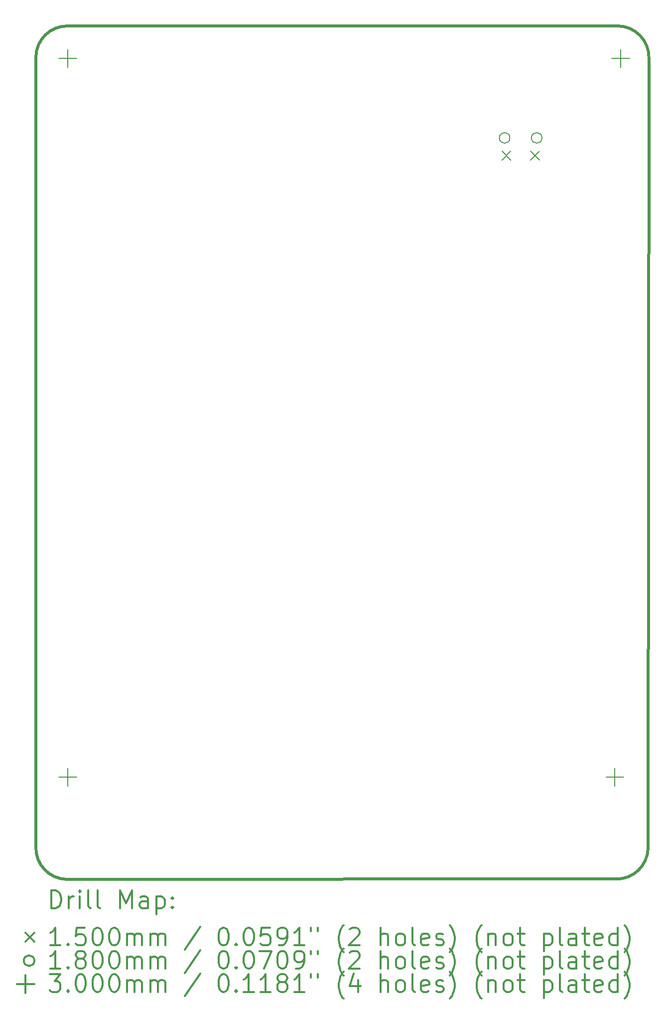
<source format=gbr>
%FSLAX45Y45*%
G04 Gerber Fmt 4.5, Leading zero omitted, Abs format (unit mm)*
G04 Created by KiCad (PCBNEW (5.1.10)-1) date 2021-09-21 16:53:33*
%MOMM*%
%LPD*%
G01*
G04 APERTURE LIST*
%TA.AperFunction,Profile*%
%ADD10C,0.500000*%
%TD*%
%ADD11C,0.200000*%
%ADD12C,0.300000*%
G04 APERTURE END LIST*
D10*
X5460000Y-2170000D02*
G75*
G02*
X6005350Y-1649871I534817J-14789D01*
G01*
X5980129Y-16135350D02*
G75*
G02*
X5460000Y-15590000I14789J534817D01*
G01*
X15360000Y-1650000D02*
G75*
G02*
X15880129Y-2195350I-14789J-534817D01*
G01*
X15865350Y-15610000D02*
G75*
G02*
X15320000Y-16130129I-534817J14789D01*
G01*
X5460000Y-15590000D02*
X5460000Y-2170000D01*
X15320000Y-16130129D02*
X5980129Y-16135350D01*
X15880129Y-2195350D02*
X15865350Y-15610000D01*
X6005350Y-1649871D02*
X15360000Y-1650000D01*
D11*
X13382500Y-3778000D02*
X13532500Y-3928000D01*
X13532500Y-3778000D02*
X13382500Y-3928000D01*
X13867500Y-3778000D02*
X14017500Y-3928000D01*
X14017500Y-3778000D02*
X13867500Y-3928000D01*
X13517500Y-3550000D02*
G75*
G03*
X13517500Y-3550000I-90000J0D01*
G01*
X14062500Y-3550000D02*
G75*
G03*
X14062500Y-3550000I-90000J0D01*
G01*
X6000000Y-2050000D02*
X6000000Y-2350000D01*
X5850000Y-2200000D02*
X6150000Y-2200000D01*
X6000000Y-14250000D02*
X6000000Y-14550000D01*
X5850000Y-14400000D02*
X6150000Y-14400000D01*
X15300000Y-14250000D02*
X15300000Y-14550000D01*
X15150000Y-14400000D02*
X15450000Y-14400000D01*
X15400000Y-2050000D02*
X15400000Y-2350000D01*
X15250000Y-2200000D02*
X15550000Y-2200000D01*
D12*
X5721325Y-16626064D02*
X5721325Y-16326064D01*
X5792753Y-16326064D01*
X5835610Y-16340350D01*
X5864182Y-16368921D01*
X5878468Y-16397493D01*
X5892753Y-16454636D01*
X5892753Y-16497493D01*
X5878468Y-16554636D01*
X5864182Y-16583207D01*
X5835610Y-16611778D01*
X5792753Y-16626064D01*
X5721325Y-16626064D01*
X6021325Y-16626064D02*
X6021325Y-16426064D01*
X6021325Y-16483207D02*
X6035610Y-16454636D01*
X6049896Y-16440350D01*
X6078468Y-16426064D01*
X6107039Y-16426064D01*
X6207039Y-16626064D02*
X6207039Y-16426064D01*
X6207039Y-16326064D02*
X6192753Y-16340350D01*
X6207039Y-16354636D01*
X6221325Y-16340350D01*
X6207039Y-16326064D01*
X6207039Y-16354636D01*
X6392753Y-16626064D02*
X6364182Y-16611778D01*
X6349896Y-16583207D01*
X6349896Y-16326064D01*
X6549896Y-16626064D02*
X6521325Y-16611778D01*
X6507039Y-16583207D01*
X6507039Y-16326064D01*
X6892753Y-16626064D02*
X6892753Y-16326064D01*
X6992753Y-16540350D01*
X7092753Y-16326064D01*
X7092753Y-16626064D01*
X7364182Y-16626064D02*
X7364182Y-16468921D01*
X7349896Y-16440350D01*
X7321325Y-16426064D01*
X7264182Y-16426064D01*
X7235610Y-16440350D01*
X7364182Y-16611778D02*
X7335610Y-16626064D01*
X7264182Y-16626064D01*
X7235610Y-16611778D01*
X7221325Y-16583207D01*
X7221325Y-16554636D01*
X7235610Y-16526064D01*
X7264182Y-16511778D01*
X7335610Y-16511778D01*
X7364182Y-16497493D01*
X7507039Y-16426064D02*
X7507039Y-16726064D01*
X7507039Y-16440350D02*
X7535610Y-16426064D01*
X7592753Y-16426064D01*
X7621325Y-16440350D01*
X7635610Y-16454636D01*
X7649896Y-16483207D01*
X7649896Y-16568921D01*
X7635610Y-16597493D01*
X7621325Y-16611778D01*
X7592753Y-16626064D01*
X7535610Y-16626064D01*
X7507039Y-16611778D01*
X7778468Y-16597493D02*
X7792753Y-16611778D01*
X7778468Y-16626064D01*
X7764182Y-16611778D01*
X7778468Y-16597493D01*
X7778468Y-16626064D01*
X7778468Y-16440350D02*
X7792753Y-16454636D01*
X7778468Y-16468921D01*
X7764182Y-16454636D01*
X7778468Y-16440350D01*
X7778468Y-16468921D01*
X5284896Y-17045350D02*
X5434896Y-17195350D01*
X5434896Y-17045350D02*
X5284896Y-17195350D01*
X5878468Y-17256064D02*
X5707039Y-17256064D01*
X5792753Y-17256064D02*
X5792753Y-16956064D01*
X5764182Y-16998921D01*
X5735610Y-17027493D01*
X5707039Y-17041779D01*
X6007039Y-17227493D02*
X6021325Y-17241779D01*
X6007039Y-17256064D01*
X5992753Y-17241779D01*
X6007039Y-17227493D01*
X6007039Y-17256064D01*
X6292753Y-16956064D02*
X6149896Y-16956064D01*
X6135610Y-17098921D01*
X6149896Y-17084636D01*
X6178468Y-17070350D01*
X6249896Y-17070350D01*
X6278468Y-17084636D01*
X6292753Y-17098921D01*
X6307039Y-17127493D01*
X6307039Y-17198921D01*
X6292753Y-17227493D01*
X6278468Y-17241779D01*
X6249896Y-17256064D01*
X6178468Y-17256064D01*
X6149896Y-17241779D01*
X6135610Y-17227493D01*
X6492753Y-16956064D02*
X6521325Y-16956064D01*
X6549896Y-16970350D01*
X6564182Y-16984636D01*
X6578468Y-17013207D01*
X6592753Y-17070350D01*
X6592753Y-17141779D01*
X6578468Y-17198921D01*
X6564182Y-17227493D01*
X6549896Y-17241779D01*
X6521325Y-17256064D01*
X6492753Y-17256064D01*
X6464182Y-17241779D01*
X6449896Y-17227493D01*
X6435610Y-17198921D01*
X6421325Y-17141779D01*
X6421325Y-17070350D01*
X6435610Y-17013207D01*
X6449896Y-16984636D01*
X6464182Y-16970350D01*
X6492753Y-16956064D01*
X6778468Y-16956064D02*
X6807039Y-16956064D01*
X6835610Y-16970350D01*
X6849896Y-16984636D01*
X6864182Y-17013207D01*
X6878468Y-17070350D01*
X6878468Y-17141779D01*
X6864182Y-17198921D01*
X6849896Y-17227493D01*
X6835610Y-17241779D01*
X6807039Y-17256064D01*
X6778468Y-17256064D01*
X6749896Y-17241779D01*
X6735610Y-17227493D01*
X6721325Y-17198921D01*
X6707039Y-17141779D01*
X6707039Y-17070350D01*
X6721325Y-17013207D01*
X6735610Y-16984636D01*
X6749896Y-16970350D01*
X6778468Y-16956064D01*
X7007039Y-17256064D02*
X7007039Y-17056064D01*
X7007039Y-17084636D02*
X7021325Y-17070350D01*
X7049896Y-17056064D01*
X7092753Y-17056064D01*
X7121325Y-17070350D01*
X7135610Y-17098921D01*
X7135610Y-17256064D01*
X7135610Y-17098921D02*
X7149896Y-17070350D01*
X7178468Y-17056064D01*
X7221325Y-17056064D01*
X7249896Y-17070350D01*
X7264182Y-17098921D01*
X7264182Y-17256064D01*
X7407039Y-17256064D02*
X7407039Y-17056064D01*
X7407039Y-17084636D02*
X7421325Y-17070350D01*
X7449896Y-17056064D01*
X7492753Y-17056064D01*
X7521325Y-17070350D01*
X7535610Y-17098921D01*
X7535610Y-17256064D01*
X7535610Y-17098921D02*
X7549896Y-17070350D01*
X7578468Y-17056064D01*
X7621325Y-17056064D01*
X7649896Y-17070350D01*
X7664182Y-17098921D01*
X7664182Y-17256064D01*
X8249896Y-16941779D02*
X7992753Y-17327493D01*
X8635610Y-16956064D02*
X8664182Y-16956064D01*
X8692753Y-16970350D01*
X8707039Y-16984636D01*
X8721325Y-17013207D01*
X8735610Y-17070350D01*
X8735610Y-17141779D01*
X8721325Y-17198921D01*
X8707039Y-17227493D01*
X8692753Y-17241779D01*
X8664182Y-17256064D01*
X8635610Y-17256064D01*
X8607039Y-17241779D01*
X8592753Y-17227493D01*
X8578468Y-17198921D01*
X8564182Y-17141779D01*
X8564182Y-17070350D01*
X8578468Y-17013207D01*
X8592753Y-16984636D01*
X8607039Y-16970350D01*
X8635610Y-16956064D01*
X8864182Y-17227493D02*
X8878468Y-17241779D01*
X8864182Y-17256064D01*
X8849896Y-17241779D01*
X8864182Y-17227493D01*
X8864182Y-17256064D01*
X9064182Y-16956064D02*
X9092753Y-16956064D01*
X9121325Y-16970350D01*
X9135610Y-16984636D01*
X9149896Y-17013207D01*
X9164182Y-17070350D01*
X9164182Y-17141779D01*
X9149896Y-17198921D01*
X9135610Y-17227493D01*
X9121325Y-17241779D01*
X9092753Y-17256064D01*
X9064182Y-17256064D01*
X9035610Y-17241779D01*
X9021325Y-17227493D01*
X9007039Y-17198921D01*
X8992753Y-17141779D01*
X8992753Y-17070350D01*
X9007039Y-17013207D01*
X9021325Y-16984636D01*
X9035610Y-16970350D01*
X9064182Y-16956064D01*
X9435610Y-16956064D02*
X9292753Y-16956064D01*
X9278468Y-17098921D01*
X9292753Y-17084636D01*
X9321325Y-17070350D01*
X9392753Y-17070350D01*
X9421325Y-17084636D01*
X9435610Y-17098921D01*
X9449896Y-17127493D01*
X9449896Y-17198921D01*
X9435610Y-17227493D01*
X9421325Y-17241779D01*
X9392753Y-17256064D01*
X9321325Y-17256064D01*
X9292753Y-17241779D01*
X9278468Y-17227493D01*
X9592753Y-17256064D02*
X9649896Y-17256064D01*
X9678468Y-17241779D01*
X9692753Y-17227493D01*
X9721325Y-17184636D01*
X9735610Y-17127493D01*
X9735610Y-17013207D01*
X9721325Y-16984636D01*
X9707039Y-16970350D01*
X9678468Y-16956064D01*
X9621325Y-16956064D01*
X9592753Y-16970350D01*
X9578468Y-16984636D01*
X9564182Y-17013207D01*
X9564182Y-17084636D01*
X9578468Y-17113207D01*
X9592753Y-17127493D01*
X9621325Y-17141779D01*
X9678468Y-17141779D01*
X9707039Y-17127493D01*
X9721325Y-17113207D01*
X9735610Y-17084636D01*
X10021325Y-17256064D02*
X9849896Y-17256064D01*
X9935610Y-17256064D02*
X9935610Y-16956064D01*
X9907039Y-16998921D01*
X9878468Y-17027493D01*
X9849896Y-17041779D01*
X10135610Y-16956064D02*
X10135610Y-17013207D01*
X10249896Y-16956064D02*
X10249896Y-17013207D01*
X10692753Y-17370350D02*
X10678468Y-17356064D01*
X10649896Y-17313207D01*
X10635610Y-17284636D01*
X10621325Y-17241779D01*
X10607039Y-17170350D01*
X10607039Y-17113207D01*
X10621325Y-17041779D01*
X10635610Y-16998921D01*
X10649896Y-16970350D01*
X10678468Y-16927493D01*
X10692753Y-16913207D01*
X10792753Y-16984636D02*
X10807039Y-16970350D01*
X10835610Y-16956064D01*
X10907039Y-16956064D01*
X10935610Y-16970350D01*
X10949896Y-16984636D01*
X10964182Y-17013207D01*
X10964182Y-17041779D01*
X10949896Y-17084636D01*
X10778468Y-17256064D01*
X10964182Y-17256064D01*
X11321325Y-17256064D02*
X11321325Y-16956064D01*
X11449896Y-17256064D02*
X11449896Y-17098921D01*
X11435610Y-17070350D01*
X11407039Y-17056064D01*
X11364182Y-17056064D01*
X11335610Y-17070350D01*
X11321325Y-17084636D01*
X11635610Y-17256064D02*
X11607039Y-17241779D01*
X11592753Y-17227493D01*
X11578468Y-17198921D01*
X11578468Y-17113207D01*
X11592753Y-17084636D01*
X11607039Y-17070350D01*
X11635610Y-17056064D01*
X11678468Y-17056064D01*
X11707039Y-17070350D01*
X11721325Y-17084636D01*
X11735610Y-17113207D01*
X11735610Y-17198921D01*
X11721325Y-17227493D01*
X11707039Y-17241779D01*
X11678468Y-17256064D01*
X11635610Y-17256064D01*
X11907039Y-17256064D02*
X11878468Y-17241779D01*
X11864182Y-17213207D01*
X11864182Y-16956064D01*
X12135610Y-17241779D02*
X12107039Y-17256064D01*
X12049896Y-17256064D01*
X12021325Y-17241779D01*
X12007039Y-17213207D01*
X12007039Y-17098921D01*
X12021325Y-17070350D01*
X12049896Y-17056064D01*
X12107039Y-17056064D01*
X12135610Y-17070350D01*
X12149896Y-17098921D01*
X12149896Y-17127493D01*
X12007039Y-17156064D01*
X12264182Y-17241779D02*
X12292753Y-17256064D01*
X12349896Y-17256064D01*
X12378468Y-17241779D01*
X12392753Y-17213207D01*
X12392753Y-17198921D01*
X12378468Y-17170350D01*
X12349896Y-17156064D01*
X12307039Y-17156064D01*
X12278468Y-17141779D01*
X12264182Y-17113207D01*
X12264182Y-17098921D01*
X12278468Y-17070350D01*
X12307039Y-17056064D01*
X12349896Y-17056064D01*
X12378468Y-17070350D01*
X12492753Y-17370350D02*
X12507039Y-17356064D01*
X12535610Y-17313207D01*
X12549896Y-17284636D01*
X12564182Y-17241779D01*
X12578468Y-17170350D01*
X12578468Y-17113207D01*
X12564182Y-17041779D01*
X12549896Y-16998921D01*
X12535610Y-16970350D01*
X12507039Y-16927493D01*
X12492753Y-16913207D01*
X13035610Y-17370350D02*
X13021325Y-17356064D01*
X12992753Y-17313207D01*
X12978468Y-17284636D01*
X12964182Y-17241779D01*
X12949896Y-17170350D01*
X12949896Y-17113207D01*
X12964182Y-17041779D01*
X12978468Y-16998921D01*
X12992753Y-16970350D01*
X13021325Y-16927493D01*
X13035610Y-16913207D01*
X13149896Y-17056064D02*
X13149896Y-17256064D01*
X13149896Y-17084636D02*
X13164182Y-17070350D01*
X13192753Y-17056064D01*
X13235610Y-17056064D01*
X13264182Y-17070350D01*
X13278468Y-17098921D01*
X13278468Y-17256064D01*
X13464182Y-17256064D02*
X13435610Y-17241779D01*
X13421325Y-17227493D01*
X13407039Y-17198921D01*
X13407039Y-17113207D01*
X13421325Y-17084636D01*
X13435610Y-17070350D01*
X13464182Y-17056064D01*
X13507039Y-17056064D01*
X13535610Y-17070350D01*
X13549896Y-17084636D01*
X13564182Y-17113207D01*
X13564182Y-17198921D01*
X13549896Y-17227493D01*
X13535610Y-17241779D01*
X13507039Y-17256064D01*
X13464182Y-17256064D01*
X13649896Y-17056064D02*
X13764182Y-17056064D01*
X13692753Y-16956064D02*
X13692753Y-17213207D01*
X13707039Y-17241779D01*
X13735610Y-17256064D01*
X13764182Y-17256064D01*
X14092753Y-17056064D02*
X14092753Y-17356064D01*
X14092753Y-17070350D02*
X14121325Y-17056064D01*
X14178468Y-17056064D01*
X14207039Y-17070350D01*
X14221325Y-17084636D01*
X14235610Y-17113207D01*
X14235610Y-17198921D01*
X14221325Y-17227493D01*
X14207039Y-17241779D01*
X14178468Y-17256064D01*
X14121325Y-17256064D01*
X14092753Y-17241779D01*
X14407039Y-17256064D02*
X14378468Y-17241779D01*
X14364182Y-17213207D01*
X14364182Y-16956064D01*
X14649896Y-17256064D02*
X14649896Y-17098921D01*
X14635610Y-17070350D01*
X14607039Y-17056064D01*
X14549896Y-17056064D01*
X14521325Y-17070350D01*
X14649896Y-17241779D02*
X14621325Y-17256064D01*
X14549896Y-17256064D01*
X14521325Y-17241779D01*
X14507039Y-17213207D01*
X14507039Y-17184636D01*
X14521325Y-17156064D01*
X14549896Y-17141779D01*
X14621325Y-17141779D01*
X14649896Y-17127493D01*
X14749896Y-17056064D02*
X14864182Y-17056064D01*
X14792753Y-16956064D02*
X14792753Y-17213207D01*
X14807039Y-17241779D01*
X14835610Y-17256064D01*
X14864182Y-17256064D01*
X15078468Y-17241779D02*
X15049896Y-17256064D01*
X14992753Y-17256064D01*
X14964182Y-17241779D01*
X14949896Y-17213207D01*
X14949896Y-17098921D01*
X14964182Y-17070350D01*
X14992753Y-17056064D01*
X15049896Y-17056064D01*
X15078468Y-17070350D01*
X15092753Y-17098921D01*
X15092753Y-17127493D01*
X14949896Y-17156064D01*
X15349896Y-17256064D02*
X15349896Y-16956064D01*
X15349896Y-17241779D02*
X15321325Y-17256064D01*
X15264182Y-17256064D01*
X15235610Y-17241779D01*
X15221325Y-17227493D01*
X15207039Y-17198921D01*
X15207039Y-17113207D01*
X15221325Y-17084636D01*
X15235610Y-17070350D01*
X15264182Y-17056064D01*
X15321325Y-17056064D01*
X15349896Y-17070350D01*
X15464182Y-17370350D02*
X15478468Y-17356064D01*
X15507039Y-17313207D01*
X15521325Y-17284636D01*
X15535610Y-17241779D01*
X15549896Y-17170350D01*
X15549896Y-17113207D01*
X15535610Y-17041779D01*
X15521325Y-16998921D01*
X15507039Y-16970350D01*
X15478468Y-16927493D01*
X15464182Y-16913207D01*
X5434896Y-17516350D02*
G75*
G03*
X5434896Y-17516350I-90000J0D01*
G01*
X5878468Y-17652064D02*
X5707039Y-17652064D01*
X5792753Y-17652064D02*
X5792753Y-17352064D01*
X5764182Y-17394921D01*
X5735610Y-17423493D01*
X5707039Y-17437779D01*
X6007039Y-17623493D02*
X6021325Y-17637779D01*
X6007039Y-17652064D01*
X5992753Y-17637779D01*
X6007039Y-17623493D01*
X6007039Y-17652064D01*
X6192753Y-17480636D02*
X6164182Y-17466350D01*
X6149896Y-17452064D01*
X6135610Y-17423493D01*
X6135610Y-17409207D01*
X6149896Y-17380636D01*
X6164182Y-17366350D01*
X6192753Y-17352064D01*
X6249896Y-17352064D01*
X6278468Y-17366350D01*
X6292753Y-17380636D01*
X6307039Y-17409207D01*
X6307039Y-17423493D01*
X6292753Y-17452064D01*
X6278468Y-17466350D01*
X6249896Y-17480636D01*
X6192753Y-17480636D01*
X6164182Y-17494921D01*
X6149896Y-17509207D01*
X6135610Y-17537779D01*
X6135610Y-17594921D01*
X6149896Y-17623493D01*
X6164182Y-17637779D01*
X6192753Y-17652064D01*
X6249896Y-17652064D01*
X6278468Y-17637779D01*
X6292753Y-17623493D01*
X6307039Y-17594921D01*
X6307039Y-17537779D01*
X6292753Y-17509207D01*
X6278468Y-17494921D01*
X6249896Y-17480636D01*
X6492753Y-17352064D02*
X6521325Y-17352064D01*
X6549896Y-17366350D01*
X6564182Y-17380636D01*
X6578468Y-17409207D01*
X6592753Y-17466350D01*
X6592753Y-17537779D01*
X6578468Y-17594921D01*
X6564182Y-17623493D01*
X6549896Y-17637779D01*
X6521325Y-17652064D01*
X6492753Y-17652064D01*
X6464182Y-17637779D01*
X6449896Y-17623493D01*
X6435610Y-17594921D01*
X6421325Y-17537779D01*
X6421325Y-17466350D01*
X6435610Y-17409207D01*
X6449896Y-17380636D01*
X6464182Y-17366350D01*
X6492753Y-17352064D01*
X6778468Y-17352064D02*
X6807039Y-17352064D01*
X6835610Y-17366350D01*
X6849896Y-17380636D01*
X6864182Y-17409207D01*
X6878468Y-17466350D01*
X6878468Y-17537779D01*
X6864182Y-17594921D01*
X6849896Y-17623493D01*
X6835610Y-17637779D01*
X6807039Y-17652064D01*
X6778468Y-17652064D01*
X6749896Y-17637779D01*
X6735610Y-17623493D01*
X6721325Y-17594921D01*
X6707039Y-17537779D01*
X6707039Y-17466350D01*
X6721325Y-17409207D01*
X6735610Y-17380636D01*
X6749896Y-17366350D01*
X6778468Y-17352064D01*
X7007039Y-17652064D02*
X7007039Y-17452064D01*
X7007039Y-17480636D02*
X7021325Y-17466350D01*
X7049896Y-17452064D01*
X7092753Y-17452064D01*
X7121325Y-17466350D01*
X7135610Y-17494921D01*
X7135610Y-17652064D01*
X7135610Y-17494921D02*
X7149896Y-17466350D01*
X7178468Y-17452064D01*
X7221325Y-17452064D01*
X7249896Y-17466350D01*
X7264182Y-17494921D01*
X7264182Y-17652064D01*
X7407039Y-17652064D02*
X7407039Y-17452064D01*
X7407039Y-17480636D02*
X7421325Y-17466350D01*
X7449896Y-17452064D01*
X7492753Y-17452064D01*
X7521325Y-17466350D01*
X7535610Y-17494921D01*
X7535610Y-17652064D01*
X7535610Y-17494921D02*
X7549896Y-17466350D01*
X7578468Y-17452064D01*
X7621325Y-17452064D01*
X7649896Y-17466350D01*
X7664182Y-17494921D01*
X7664182Y-17652064D01*
X8249896Y-17337779D02*
X7992753Y-17723493D01*
X8635610Y-17352064D02*
X8664182Y-17352064D01*
X8692753Y-17366350D01*
X8707039Y-17380636D01*
X8721325Y-17409207D01*
X8735610Y-17466350D01*
X8735610Y-17537779D01*
X8721325Y-17594921D01*
X8707039Y-17623493D01*
X8692753Y-17637779D01*
X8664182Y-17652064D01*
X8635610Y-17652064D01*
X8607039Y-17637779D01*
X8592753Y-17623493D01*
X8578468Y-17594921D01*
X8564182Y-17537779D01*
X8564182Y-17466350D01*
X8578468Y-17409207D01*
X8592753Y-17380636D01*
X8607039Y-17366350D01*
X8635610Y-17352064D01*
X8864182Y-17623493D02*
X8878468Y-17637779D01*
X8864182Y-17652064D01*
X8849896Y-17637779D01*
X8864182Y-17623493D01*
X8864182Y-17652064D01*
X9064182Y-17352064D02*
X9092753Y-17352064D01*
X9121325Y-17366350D01*
X9135610Y-17380636D01*
X9149896Y-17409207D01*
X9164182Y-17466350D01*
X9164182Y-17537779D01*
X9149896Y-17594921D01*
X9135610Y-17623493D01*
X9121325Y-17637779D01*
X9092753Y-17652064D01*
X9064182Y-17652064D01*
X9035610Y-17637779D01*
X9021325Y-17623493D01*
X9007039Y-17594921D01*
X8992753Y-17537779D01*
X8992753Y-17466350D01*
X9007039Y-17409207D01*
X9021325Y-17380636D01*
X9035610Y-17366350D01*
X9064182Y-17352064D01*
X9264182Y-17352064D02*
X9464182Y-17352064D01*
X9335610Y-17652064D01*
X9635610Y-17352064D02*
X9664182Y-17352064D01*
X9692753Y-17366350D01*
X9707039Y-17380636D01*
X9721325Y-17409207D01*
X9735610Y-17466350D01*
X9735610Y-17537779D01*
X9721325Y-17594921D01*
X9707039Y-17623493D01*
X9692753Y-17637779D01*
X9664182Y-17652064D01*
X9635610Y-17652064D01*
X9607039Y-17637779D01*
X9592753Y-17623493D01*
X9578468Y-17594921D01*
X9564182Y-17537779D01*
X9564182Y-17466350D01*
X9578468Y-17409207D01*
X9592753Y-17380636D01*
X9607039Y-17366350D01*
X9635610Y-17352064D01*
X9878468Y-17652064D02*
X9935610Y-17652064D01*
X9964182Y-17637779D01*
X9978468Y-17623493D01*
X10007039Y-17580636D01*
X10021325Y-17523493D01*
X10021325Y-17409207D01*
X10007039Y-17380636D01*
X9992753Y-17366350D01*
X9964182Y-17352064D01*
X9907039Y-17352064D01*
X9878468Y-17366350D01*
X9864182Y-17380636D01*
X9849896Y-17409207D01*
X9849896Y-17480636D01*
X9864182Y-17509207D01*
X9878468Y-17523493D01*
X9907039Y-17537779D01*
X9964182Y-17537779D01*
X9992753Y-17523493D01*
X10007039Y-17509207D01*
X10021325Y-17480636D01*
X10135610Y-17352064D02*
X10135610Y-17409207D01*
X10249896Y-17352064D02*
X10249896Y-17409207D01*
X10692753Y-17766350D02*
X10678468Y-17752064D01*
X10649896Y-17709207D01*
X10635610Y-17680636D01*
X10621325Y-17637779D01*
X10607039Y-17566350D01*
X10607039Y-17509207D01*
X10621325Y-17437779D01*
X10635610Y-17394921D01*
X10649896Y-17366350D01*
X10678468Y-17323493D01*
X10692753Y-17309207D01*
X10792753Y-17380636D02*
X10807039Y-17366350D01*
X10835610Y-17352064D01*
X10907039Y-17352064D01*
X10935610Y-17366350D01*
X10949896Y-17380636D01*
X10964182Y-17409207D01*
X10964182Y-17437779D01*
X10949896Y-17480636D01*
X10778468Y-17652064D01*
X10964182Y-17652064D01*
X11321325Y-17652064D02*
X11321325Y-17352064D01*
X11449896Y-17652064D02*
X11449896Y-17494921D01*
X11435610Y-17466350D01*
X11407039Y-17452064D01*
X11364182Y-17452064D01*
X11335610Y-17466350D01*
X11321325Y-17480636D01*
X11635610Y-17652064D02*
X11607039Y-17637779D01*
X11592753Y-17623493D01*
X11578468Y-17594921D01*
X11578468Y-17509207D01*
X11592753Y-17480636D01*
X11607039Y-17466350D01*
X11635610Y-17452064D01*
X11678468Y-17452064D01*
X11707039Y-17466350D01*
X11721325Y-17480636D01*
X11735610Y-17509207D01*
X11735610Y-17594921D01*
X11721325Y-17623493D01*
X11707039Y-17637779D01*
X11678468Y-17652064D01*
X11635610Y-17652064D01*
X11907039Y-17652064D02*
X11878468Y-17637779D01*
X11864182Y-17609207D01*
X11864182Y-17352064D01*
X12135610Y-17637779D02*
X12107039Y-17652064D01*
X12049896Y-17652064D01*
X12021325Y-17637779D01*
X12007039Y-17609207D01*
X12007039Y-17494921D01*
X12021325Y-17466350D01*
X12049896Y-17452064D01*
X12107039Y-17452064D01*
X12135610Y-17466350D01*
X12149896Y-17494921D01*
X12149896Y-17523493D01*
X12007039Y-17552064D01*
X12264182Y-17637779D02*
X12292753Y-17652064D01*
X12349896Y-17652064D01*
X12378468Y-17637779D01*
X12392753Y-17609207D01*
X12392753Y-17594921D01*
X12378468Y-17566350D01*
X12349896Y-17552064D01*
X12307039Y-17552064D01*
X12278468Y-17537779D01*
X12264182Y-17509207D01*
X12264182Y-17494921D01*
X12278468Y-17466350D01*
X12307039Y-17452064D01*
X12349896Y-17452064D01*
X12378468Y-17466350D01*
X12492753Y-17766350D02*
X12507039Y-17752064D01*
X12535610Y-17709207D01*
X12549896Y-17680636D01*
X12564182Y-17637779D01*
X12578468Y-17566350D01*
X12578468Y-17509207D01*
X12564182Y-17437779D01*
X12549896Y-17394921D01*
X12535610Y-17366350D01*
X12507039Y-17323493D01*
X12492753Y-17309207D01*
X13035610Y-17766350D02*
X13021325Y-17752064D01*
X12992753Y-17709207D01*
X12978468Y-17680636D01*
X12964182Y-17637779D01*
X12949896Y-17566350D01*
X12949896Y-17509207D01*
X12964182Y-17437779D01*
X12978468Y-17394921D01*
X12992753Y-17366350D01*
X13021325Y-17323493D01*
X13035610Y-17309207D01*
X13149896Y-17452064D02*
X13149896Y-17652064D01*
X13149896Y-17480636D02*
X13164182Y-17466350D01*
X13192753Y-17452064D01*
X13235610Y-17452064D01*
X13264182Y-17466350D01*
X13278468Y-17494921D01*
X13278468Y-17652064D01*
X13464182Y-17652064D02*
X13435610Y-17637779D01*
X13421325Y-17623493D01*
X13407039Y-17594921D01*
X13407039Y-17509207D01*
X13421325Y-17480636D01*
X13435610Y-17466350D01*
X13464182Y-17452064D01*
X13507039Y-17452064D01*
X13535610Y-17466350D01*
X13549896Y-17480636D01*
X13564182Y-17509207D01*
X13564182Y-17594921D01*
X13549896Y-17623493D01*
X13535610Y-17637779D01*
X13507039Y-17652064D01*
X13464182Y-17652064D01*
X13649896Y-17452064D02*
X13764182Y-17452064D01*
X13692753Y-17352064D02*
X13692753Y-17609207D01*
X13707039Y-17637779D01*
X13735610Y-17652064D01*
X13764182Y-17652064D01*
X14092753Y-17452064D02*
X14092753Y-17752064D01*
X14092753Y-17466350D02*
X14121325Y-17452064D01*
X14178468Y-17452064D01*
X14207039Y-17466350D01*
X14221325Y-17480636D01*
X14235610Y-17509207D01*
X14235610Y-17594921D01*
X14221325Y-17623493D01*
X14207039Y-17637779D01*
X14178468Y-17652064D01*
X14121325Y-17652064D01*
X14092753Y-17637779D01*
X14407039Y-17652064D02*
X14378468Y-17637779D01*
X14364182Y-17609207D01*
X14364182Y-17352064D01*
X14649896Y-17652064D02*
X14649896Y-17494921D01*
X14635610Y-17466350D01*
X14607039Y-17452064D01*
X14549896Y-17452064D01*
X14521325Y-17466350D01*
X14649896Y-17637779D02*
X14621325Y-17652064D01*
X14549896Y-17652064D01*
X14521325Y-17637779D01*
X14507039Y-17609207D01*
X14507039Y-17580636D01*
X14521325Y-17552064D01*
X14549896Y-17537779D01*
X14621325Y-17537779D01*
X14649896Y-17523493D01*
X14749896Y-17452064D02*
X14864182Y-17452064D01*
X14792753Y-17352064D02*
X14792753Y-17609207D01*
X14807039Y-17637779D01*
X14835610Y-17652064D01*
X14864182Y-17652064D01*
X15078468Y-17637779D02*
X15049896Y-17652064D01*
X14992753Y-17652064D01*
X14964182Y-17637779D01*
X14949896Y-17609207D01*
X14949896Y-17494921D01*
X14964182Y-17466350D01*
X14992753Y-17452064D01*
X15049896Y-17452064D01*
X15078468Y-17466350D01*
X15092753Y-17494921D01*
X15092753Y-17523493D01*
X14949896Y-17552064D01*
X15349896Y-17652064D02*
X15349896Y-17352064D01*
X15349896Y-17637779D02*
X15321325Y-17652064D01*
X15264182Y-17652064D01*
X15235610Y-17637779D01*
X15221325Y-17623493D01*
X15207039Y-17594921D01*
X15207039Y-17509207D01*
X15221325Y-17480636D01*
X15235610Y-17466350D01*
X15264182Y-17452064D01*
X15321325Y-17452064D01*
X15349896Y-17466350D01*
X15464182Y-17766350D02*
X15478468Y-17752064D01*
X15507039Y-17709207D01*
X15521325Y-17680636D01*
X15535610Y-17637779D01*
X15549896Y-17566350D01*
X15549896Y-17509207D01*
X15535610Y-17437779D01*
X15521325Y-17394921D01*
X15507039Y-17366350D01*
X15478468Y-17323493D01*
X15464182Y-17309207D01*
X5284896Y-17762350D02*
X5284896Y-18062350D01*
X5134896Y-17912350D02*
X5434896Y-17912350D01*
X5692753Y-17748064D02*
X5878468Y-17748064D01*
X5778468Y-17862350D01*
X5821325Y-17862350D01*
X5849896Y-17876636D01*
X5864182Y-17890921D01*
X5878468Y-17919493D01*
X5878468Y-17990921D01*
X5864182Y-18019493D01*
X5849896Y-18033779D01*
X5821325Y-18048064D01*
X5735610Y-18048064D01*
X5707039Y-18033779D01*
X5692753Y-18019493D01*
X6007039Y-18019493D02*
X6021325Y-18033779D01*
X6007039Y-18048064D01*
X5992753Y-18033779D01*
X6007039Y-18019493D01*
X6007039Y-18048064D01*
X6207039Y-17748064D02*
X6235610Y-17748064D01*
X6264182Y-17762350D01*
X6278468Y-17776636D01*
X6292753Y-17805207D01*
X6307039Y-17862350D01*
X6307039Y-17933779D01*
X6292753Y-17990921D01*
X6278468Y-18019493D01*
X6264182Y-18033779D01*
X6235610Y-18048064D01*
X6207039Y-18048064D01*
X6178468Y-18033779D01*
X6164182Y-18019493D01*
X6149896Y-17990921D01*
X6135610Y-17933779D01*
X6135610Y-17862350D01*
X6149896Y-17805207D01*
X6164182Y-17776636D01*
X6178468Y-17762350D01*
X6207039Y-17748064D01*
X6492753Y-17748064D02*
X6521325Y-17748064D01*
X6549896Y-17762350D01*
X6564182Y-17776636D01*
X6578468Y-17805207D01*
X6592753Y-17862350D01*
X6592753Y-17933779D01*
X6578468Y-17990921D01*
X6564182Y-18019493D01*
X6549896Y-18033779D01*
X6521325Y-18048064D01*
X6492753Y-18048064D01*
X6464182Y-18033779D01*
X6449896Y-18019493D01*
X6435610Y-17990921D01*
X6421325Y-17933779D01*
X6421325Y-17862350D01*
X6435610Y-17805207D01*
X6449896Y-17776636D01*
X6464182Y-17762350D01*
X6492753Y-17748064D01*
X6778468Y-17748064D02*
X6807039Y-17748064D01*
X6835610Y-17762350D01*
X6849896Y-17776636D01*
X6864182Y-17805207D01*
X6878468Y-17862350D01*
X6878468Y-17933779D01*
X6864182Y-17990921D01*
X6849896Y-18019493D01*
X6835610Y-18033779D01*
X6807039Y-18048064D01*
X6778468Y-18048064D01*
X6749896Y-18033779D01*
X6735610Y-18019493D01*
X6721325Y-17990921D01*
X6707039Y-17933779D01*
X6707039Y-17862350D01*
X6721325Y-17805207D01*
X6735610Y-17776636D01*
X6749896Y-17762350D01*
X6778468Y-17748064D01*
X7007039Y-18048064D02*
X7007039Y-17848064D01*
X7007039Y-17876636D02*
X7021325Y-17862350D01*
X7049896Y-17848064D01*
X7092753Y-17848064D01*
X7121325Y-17862350D01*
X7135610Y-17890921D01*
X7135610Y-18048064D01*
X7135610Y-17890921D02*
X7149896Y-17862350D01*
X7178468Y-17848064D01*
X7221325Y-17848064D01*
X7249896Y-17862350D01*
X7264182Y-17890921D01*
X7264182Y-18048064D01*
X7407039Y-18048064D02*
X7407039Y-17848064D01*
X7407039Y-17876636D02*
X7421325Y-17862350D01*
X7449896Y-17848064D01*
X7492753Y-17848064D01*
X7521325Y-17862350D01*
X7535610Y-17890921D01*
X7535610Y-18048064D01*
X7535610Y-17890921D02*
X7549896Y-17862350D01*
X7578468Y-17848064D01*
X7621325Y-17848064D01*
X7649896Y-17862350D01*
X7664182Y-17890921D01*
X7664182Y-18048064D01*
X8249896Y-17733779D02*
X7992753Y-18119493D01*
X8635610Y-17748064D02*
X8664182Y-17748064D01*
X8692753Y-17762350D01*
X8707039Y-17776636D01*
X8721325Y-17805207D01*
X8735610Y-17862350D01*
X8735610Y-17933779D01*
X8721325Y-17990921D01*
X8707039Y-18019493D01*
X8692753Y-18033779D01*
X8664182Y-18048064D01*
X8635610Y-18048064D01*
X8607039Y-18033779D01*
X8592753Y-18019493D01*
X8578468Y-17990921D01*
X8564182Y-17933779D01*
X8564182Y-17862350D01*
X8578468Y-17805207D01*
X8592753Y-17776636D01*
X8607039Y-17762350D01*
X8635610Y-17748064D01*
X8864182Y-18019493D02*
X8878468Y-18033779D01*
X8864182Y-18048064D01*
X8849896Y-18033779D01*
X8864182Y-18019493D01*
X8864182Y-18048064D01*
X9164182Y-18048064D02*
X8992753Y-18048064D01*
X9078468Y-18048064D02*
X9078468Y-17748064D01*
X9049896Y-17790921D01*
X9021325Y-17819493D01*
X8992753Y-17833779D01*
X9449896Y-18048064D02*
X9278468Y-18048064D01*
X9364182Y-18048064D02*
X9364182Y-17748064D01*
X9335610Y-17790921D01*
X9307039Y-17819493D01*
X9278468Y-17833779D01*
X9621325Y-17876636D02*
X9592753Y-17862350D01*
X9578468Y-17848064D01*
X9564182Y-17819493D01*
X9564182Y-17805207D01*
X9578468Y-17776636D01*
X9592753Y-17762350D01*
X9621325Y-17748064D01*
X9678468Y-17748064D01*
X9707039Y-17762350D01*
X9721325Y-17776636D01*
X9735610Y-17805207D01*
X9735610Y-17819493D01*
X9721325Y-17848064D01*
X9707039Y-17862350D01*
X9678468Y-17876636D01*
X9621325Y-17876636D01*
X9592753Y-17890921D01*
X9578468Y-17905207D01*
X9564182Y-17933779D01*
X9564182Y-17990921D01*
X9578468Y-18019493D01*
X9592753Y-18033779D01*
X9621325Y-18048064D01*
X9678468Y-18048064D01*
X9707039Y-18033779D01*
X9721325Y-18019493D01*
X9735610Y-17990921D01*
X9735610Y-17933779D01*
X9721325Y-17905207D01*
X9707039Y-17890921D01*
X9678468Y-17876636D01*
X10021325Y-18048064D02*
X9849896Y-18048064D01*
X9935610Y-18048064D02*
X9935610Y-17748064D01*
X9907039Y-17790921D01*
X9878468Y-17819493D01*
X9849896Y-17833779D01*
X10135610Y-17748064D02*
X10135610Y-17805207D01*
X10249896Y-17748064D02*
X10249896Y-17805207D01*
X10692753Y-18162350D02*
X10678468Y-18148064D01*
X10649896Y-18105207D01*
X10635610Y-18076636D01*
X10621325Y-18033779D01*
X10607039Y-17962350D01*
X10607039Y-17905207D01*
X10621325Y-17833779D01*
X10635610Y-17790921D01*
X10649896Y-17762350D01*
X10678468Y-17719493D01*
X10692753Y-17705207D01*
X10935610Y-17848064D02*
X10935610Y-18048064D01*
X10864182Y-17733779D02*
X10792753Y-17948064D01*
X10978468Y-17948064D01*
X11321325Y-18048064D02*
X11321325Y-17748064D01*
X11449896Y-18048064D02*
X11449896Y-17890921D01*
X11435610Y-17862350D01*
X11407039Y-17848064D01*
X11364182Y-17848064D01*
X11335610Y-17862350D01*
X11321325Y-17876636D01*
X11635610Y-18048064D02*
X11607039Y-18033779D01*
X11592753Y-18019493D01*
X11578468Y-17990921D01*
X11578468Y-17905207D01*
X11592753Y-17876636D01*
X11607039Y-17862350D01*
X11635610Y-17848064D01*
X11678468Y-17848064D01*
X11707039Y-17862350D01*
X11721325Y-17876636D01*
X11735610Y-17905207D01*
X11735610Y-17990921D01*
X11721325Y-18019493D01*
X11707039Y-18033779D01*
X11678468Y-18048064D01*
X11635610Y-18048064D01*
X11907039Y-18048064D02*
X11878468Y-18033779D01*
X11864182Y-18005207D01*
X11864182Y-17748064D01*
X12135610Y-18033779D02*
X12107039Y-18048064D01*
X12049896Y-18048064D01*
X12021325Y-18033779D01*
X12007039Y-18005207D01*
X12007039Y-17890921D01*
X12021325Y-17862350D01*
X12049896Y-17848064D01*
X12107039Y-17848064D01*
X12135610Y-17862350D01*
X12149896Y-17890921D01*
X12149896Y-17919493D01*
X12007039Y-17948064D01*
X12264182Y-18033779D02*
X12292753Y-18048064D01*
X12349896Y-18048064D01*
X12378468Y-18033779D01*
X12392753Y-18005207D01*
X12392753Y-17990921D01*
X12378468Y-17962350D01*
X12349896Y-17948064D01*
X12307039Y-17948064D01*
X12278468Y-17933779D01*
X12264182Y-17905207D01*
X12264182Y-17890921D01*
X12278468Y-17862350D01*
X12307039Y-17848064D01*
X12349896Y-17848064D01*
X12378468Y-17862350D01*
X12492753Y-18162350D02*
X12507039Y-18148064D01*
X12535610Y-18105207D01*
X12549896Y-18076636D01*
X12564182Y-18033779D01*
X12578468Y-17962350D01*
X12578468Y-17905207D01*
X12564182Y-17833779D01*
X12549896Y-17790921D01*
X12535610Y-17762350D01*
X12507039Y-17719493D01*
X12492753Y-17705207D01*
X13035610Y-18162350D02*
X13021325Y-18148064D01*
X12992753Y-18105207D01*
X12978468Y-18076636D01*
X12964182Y-18033779D01*
X12949896Y-17962350D01*
X12949896Y-17905207D01*
X12964182Y-17833779D01*
X12978468Y-17790921D01*
X12992753Y-17762350D01*
X13021325Y-17719493D01*
X13035610Y-17705207D01*
X13149896Y-17848064D02*
X13149896Y-18048064D01*
X13149896Y-17876636D02*
X13164182Y-17862350D01*
X13192753Y-17848064D01*
X13235610Y-17848064D01*
X13264182Y-17862350D01*
X13278468Y-17890921D01*
X13278468Y-18048064D01*
X13464182Y-18048064D02*
X13435610Y-18033779D01*
X13421325Y-18019493D01*
X13407039Y-17990921D01*
X13407039Y-17905207D01*
X13421325Y-17876636D01*
X13435610Y-17862350D01*
X13464182Y-17848064D01*
X13507039Y-17848064D01*
X13535610Y-17862350D01*
X13549896Y-17876636D01*
X13564182Y-17905207D01*
X13564182Y-17990921D01*
X13549896Y-18019493D01*
X13535610Y-18033779D01*
X13507039Y-18048064D01*
X13464182Y-18048064D01*
X13649896Y-17848064D02*
X13764182Y-17848064D01*
X13692753Y-17748064D02*
X13692753Y-18005207D01*
X13707039Y-18033779D01*
X13735610Y-18048064D01*
X13764182Y-18048064D01*
X14092753Y-17848064D02*
X14092753Y-18148064D01*
X14092753Y-17862350D02*
X14121325Y-17848064D01*
X14178468Y-17848064D01*
X14207039Y-17862350D01*
X14221325Y-17876636D01*
X14235610Y-17905207D01*
X14235610Y-17990921D01*
X14221325Y-18019493D01*
X14207039Y-18033779D01*
X14178468Y-18048064D01*
X14121325Y-18048064D01*
X14092753Y-18033779D01*
X14407039Y-18048064D02*
X14378468Y-18033779D01*
X14364182Y-18005207D01*
X14364182Y-17748064D01*
X14649896Y-18048064D02*
X14649896Y-17890921D01*
X14635610Y-17862350D01*
X14607039Y-17848064D01*
X14549896Y-17848064D01*
X14521325Y-17862350D01*
X14649896Y-18033779D02*
X14621325Y-18048064D01*
X14549896Y-18048064D01*
X14521325Y-18033779D01*
X14507039Y-18005207D01*
X14507039Y-17976636D01*
X14521325Y-17948064D01*
X14549896Y-17933779D01*
X14621325Y-17933779D01*
X14649896Y-17919493D01*
X14749896Y-17848064D02*
X14864182Y-17848064D01*
X14792753Y-17748064D02*
X14792753Y-18005207D01*
X14807039Y-18033779D01*
X14835610Y-18048064D01*
X14864182Y-18048064D01*
X15078468Y-18033779D02*
X15049896Y-18048064D01*
X14992753Y-18048064D01*
X14964182Y-18033779D01*
X14949896Y-18005207D01*
X14949896Y-17890921D01*
X14964182Y-17862350D01*
X14992753Y-17848064D01*
X15049896Y-17848064D01*
X15078468Y-17862350D01*
X15092753Y-17890921D01*
X15092753Y-17919493D01*
X14949896Y-17948064D01*
X15349896Y-18048064D02*
X15349896Y-17748064D01*
X15349896Y-18033779D02*
X15321325Y-18048064D01*
X15264182Y-18048064D01*
X15235610Y-18033779D01*
X15221325Y-18019493D01*
X15207039Y-17990921D01*
X15207039Y-17905207D01*
X15221325Y-17876636D01*
X15235610Y-17862350D01*
X15264182Y-17848064D01*
X15321325Y-17848064D01*
X15349896Y-17862350D01*
X15464182Y-18162350D02*
X15478468Y-18148064D01*
X15507039Y-18105207D01*
X15521325Y-18076636D01*
X15535610Y-18033779D01*
X15549896Y-17962350D01*
X15549896Y-17905207D01*
X15535610Y-17833779D01*
X15521325Y-17790921D01*
X15507039Y-17762350D01*
X15478468Y-17719493D01*
X15464182Y-17705207D01*
M02*

</source>
